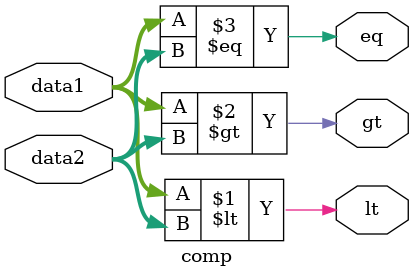
<source format=v>
module comp(lt,gt,eq,data1,data2);
input [15:0] data1,data2;
output lt,gt,eq;
assign lt= data1<data2;
assign gt=data1>data2;
assign eq= data1==data2;
endmodule

</source>
